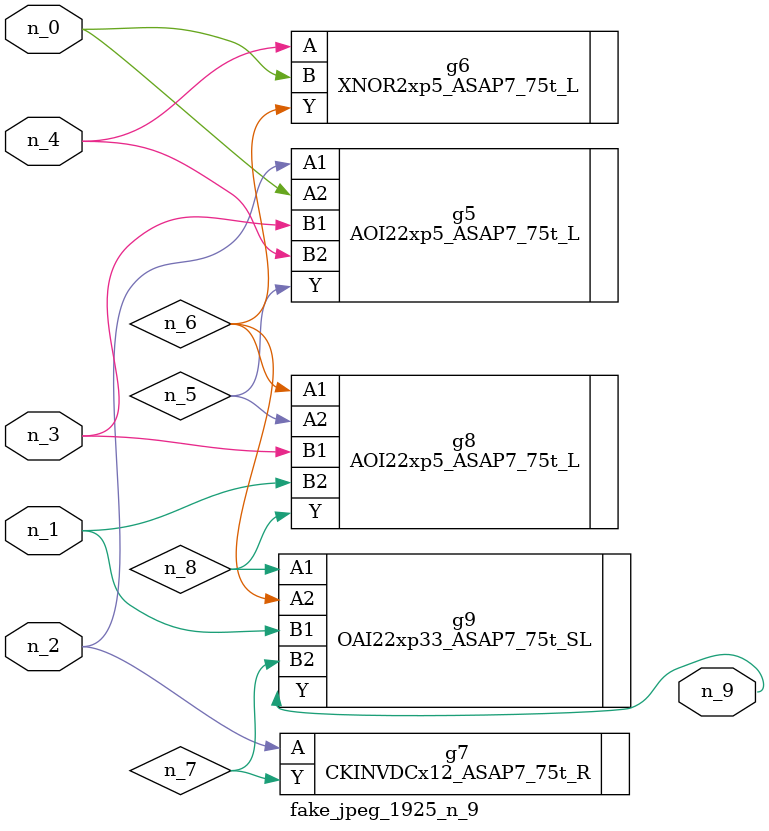
<source format=v>
module fake_jpeg_1925_n_9 (n_3, n_2, n_1, n_0, n_4, n_9);

input n_3;
input n_2;
input n_1;
input n_0;
input n_4;

output n_9;

wire n_8;
wire n_6;
wire n_5;
wire n_7;

AOI22xp5_ASAP7_75t_L g5 ( 
.A1(n_2),
.A2(n_0),
.B1(n_3),
.B2(n_4),
.Y(n_5)
);

XNOR2xp5_ASAP7_75t_L g6 ( 
.A(n_4),
.B(n_0),
.Y(n_6)
);

CKINVDCx12_ASAP7_75t_R g7 ( 
.A(n_2),
.Y(n_7)
);

AOI22xp5_ASAP7_75t_L g8 ( 
.A1(n_6),
.A2(n_5),
.B1(n_3),
.B2(n_1),
.Y(n_8)
);

OAI22xp33_ASAP7_75t_SL g9 ( 
.A1(n_8),
.A2(n_6),
.B1(n_1),
.B2(n_7),
.Y(n_9)
);


endmodule
</source>
